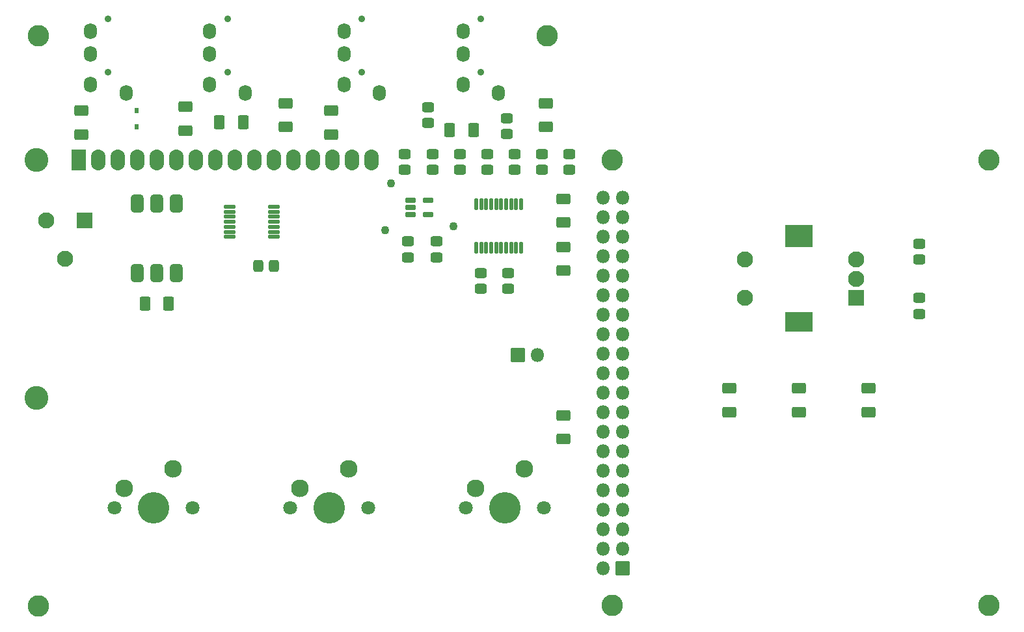
<source format=gbs>
G04 #@! TF.GenerationSoftware,KiCad,Pcbnew,8.0.1*
G04 #@! TF.CreationDate,2025-03-29T00:02:57-06:00*
G04 #@! TF.ProjectId,minidexed,6d696e69-6465-4786-9564-2e6b69636164,rev?*
G04 #@! TF.SameCoordinates,Original*
G04 #@! TF.FileFunction,Soldermask,Bot*
G04 #@! TF.FilePolarity,Negative*
%FSLAX46Y46*%
G04 Gerber Fmt 4.6, Leading zero omitted, Abs format (unit mm)*
G04 Created by KiCad (PCBNEW 8.0.1) date 2025-03-29 00:02:57*
%MOMM*%
%LPD*%
G01*
G04 APERTURE LIST*
G04 Aperture macros list*
%AMRoundRect*
0 Rectangle with rounded corners*
0 $1 Rounding radius*
0 $2 $3 $4 $5 $6 $7 $8 $9 X,Y pos of 4 corners*
0 Add a 4 corners polygon primitive as box body*
4,1,4,$2,$3,$4,$5,$6,$7,$8,$9,$2,$3,0*
0 Add four circle primitives for the rounded corners*
1,1,$1+$1,$2,$3*
1,1,$1+$1,$4,$5*
1,1,$1+$1,$6,$7*
1,1,$1+$1,$8,$9*
0 Add four rect primitives between the rounded corners*
20,1,$1+$1,$2,$3,$4,$5,0*
20,1,$1+$1,$4,$5,$6,$7,0*
20,1,$1+$1,$6,$7,$8,$9,0*
20,1,$1+$1,$8,$9,$2,$3,0*%
G04 Aperture macros list end*
%ADD10C,0.900000*%
%ADD11O,1.700000X2.100000*%
%ADD12C,2.800000*%
%ADD13C,1.800000*%
%ADD14C,4.100000*%
%ADD15C,2.300000*%
%ADD16C,3.100000*%
%ADD17RoundRect,0.050000X-0.900000X-1.300000X0.900000X-1.300000X0.900000X1.300000X-0.900000X1.300000X0*%
%ADD18O,1.900000X2.700000*%
%ADD19RoundRect,0.050000X1.000000X1.000000X-1.000000X1.000000X-1.000000X-1.000000X1.000000X-1.000000X0*%
%ADD20C,2.100000*%
%ADD21RoundRect,0.050000X1.750000X1.250000X-1.750000X1.250000X-1.750000X-1.250000X1.750000X-1.250000X0*%
%ADD22RoundRect,0.050000X1.750000X1.400000X-1.750000X1.400000X-1.750000X-1.400000X1.750000X-1.400000X0*%
%ADD23RoundRect,0.050000X0.850000X0.850000X-0.850000X0.850000X-0.850000X-0.850000X0.850000X-0.850000X0*%
%ADD24O,1.800000X1.800000*%
%ADD25RoundRect,0.125000X-0.125000X0.662500X-0.125000X-0.662500X0.125000X-0.662500X0.125000X0.662500X0*%
%ADD26C,1.100000*%
%ADD27RoundRect,0.271277X0.366223X0.503723X-0.366223X0.503723X-0.366223X-0.503723X0.366223X-0.503723X0*%
%ADD28RoundRect,0.271277X0.503723X-0.366223X0.503723X0.366223X-0.503723X0.366223X-0.503723X-0.366223X0*%
%ADD29RoundRect,0.269231X0.655769X-0.430769X0.655769X0.430769X-0.655769X0.430769X-0.655769X-0.430769X0*%
%ADD30RoundRect,0.269231X-0.655769X0.430769X-0.655769X-0.430769X0.655769X-0.430769X0.655769X0.430769X0*%
%ADD31RoundRect,0.271277X-0.503723X0.366223X-0.503723X-0.366223X0.503723X-0.366223X0.503723X0.366223X0*%
%ADD32RoundRect,0.269231X-0.430769X-0.655769X0.430769X-0.655769X0.430769X0.655769X-0.430769X0.655769X0*%
%ADD33RoundRect,0.269231X0.430769X0.655769X-0.430769X0.655769X-0.430769X-0.655769X0.430769X-0.655769X0*%
%ADD34RoundRect,0.050000X-0.850000X0.850000X-0.850000X-0.850000X0.850000X-0.850000X0.850000X0.850000X0*%
%ADD35RoundRect,0.175000X-0.537500X-0.175000X0.537500X-0.175000X0.537500X0.175000X-0.537500X0.175000X0*%
%ADD36RoundRect,0.406000X-0.406000X0.787000X-0.406000X-0.787000X0.406000X-0.787000X0.406000X0.787000X0*%
%ADD37RoundRect,0.050000X0.225000X-0.300000X0.225000X0.300000X-0.225000X0.300000X-0.225000X-0.300000X0*%
%ADD38RoundRect,0.125000X-0.662500X-0.125000X0.662500X-0.125000X0.662500X0.125000X-0.662500X0.125000X0*%
G04 APERTURE END LIST*
D10*
X122500000Y-60487500D03*
X122500000Y-67487500D03*
D11*
X124800000Y-70187500D03*
X120200000Y-65087500D03*
X120200000Y-69087500D03*
X120200000Y-62087500D03*
D10*
X140000000Y-60487500D03*
X140000000Y-67487500D03*
D11*
X142300000Y-70187500D03*
X137700000Y-65087500D03*
X137700000Y-69087500D03*
X137700000Y-62087500D03*
D10*
X107000000Y-60487500D03*
X107000000Y-67487500D03*
D11*
X109300000Y-70187500D03*
X104700000Y-65087500D03*
X104700000Y-69087500D03*
X104700000Y-62087500D03*
D10*
X155500000Y-60487500D03*
X155500000Y-67487500D03*
D11*
X157800000Y-70187500D03*
X153200000Y-65087500D03*
X153200000Y-69087500D03*
X153200000Y-62087500D03*
D12*
X164100000Y-62700000D03*
D13*
X107820000Y-124200000D03*
D14*
X112900000Y-124200000D03*
D13*
X117980000Y-124200000D03*
D15*
X115440000Y-119120000D03*
X109090000Y-121660000D03*
D16*
X97628900Y-109877200D03*
X97628900Y-78876500D03*
D17*
X103128000Y-78876500D03*
D18*
X105668000Y-78876500D03*
X108208000Y-78876500D03*
X110748000Y-78876500D03*
X113288000Y-78876500D03*
X115828000Y-78876500D03*
X118368000Y-78876500D03*
X120908000Y-78876500D03*
X123448000Y-78876500D03*
X125988000Y-78876500D03*
X128528000Y-78876500D03*
X131068000Y-78876500D03*
X133608000Y-78876500D03*
X136148000Y-78876500D03*
X138688000Y-78876500D03*
X141228000Y-78876500D03*
D19*
X204368400Y-96876500D03*
D20*
X204368400Y-91876500D03*
X204368400Y-94376500D03*
D21*
X196868400Y-99976500D03*
D22*
X196868400Y-88776500D03*
D20*
X189868400Y-91876500D03*
X189868400Y-96876500D03*
D13*
X130670000Y-124200000D03*
X140830000Y-124200000D03*
D14*
X135750000Y-124200000D03*
D15*
X138290000Y-119120000D03*
X131940000Y-121660000D03*
D12*
X97900000Y-137000000D03*
D13*
X153520000Y-124200000D03*
D14*
X158600000Y-124200000D03*
D13*
X163680000Y-124200000D03*
D15*
X161140000Y-119120000D03*
X154790000Y-121660000D03*
D12*
X172618400Y-136892400D03*
X221618400Y-78892400D03*
X172618400Y-78892400D03*
X221618400Y-136892400D03*
D23*
X173918400Y-132042400D03*
D24*
X171378400Y-132042400D03*
X173918400Y-129502400D03*
X171378400Y-129502400D03*
X173918400Y-126962400D03*
X171378400Y-126962400D03*
X173918400Y-124422400D03*
X171378400Y-124422400D03*
X173918400Y-121882400D03*
X171378400Y-121882400D03*
X173918400Y-119342400D03*
X171378400Y-119342400D03*
X173918400Y-116802400D03*
X171378400Y-116802400D03*
X173918400Y-114262400D03*
X171378400Y-114262400D03*
X173918400Y-111722400D03*
X171378400Y-111722400D03*
X173918400Y-109182400D03*
X171378400Y-109182400D03*
X173918400Y-106642400D03*
X171378400Y-106642400D03*
X173918400Y-104102400D03*
X171378400Y-104102400D03*
X173918400Y-101562400D03*
X171378400Y-101562400D03*
X173918400Y-99022400D03*
X171378400Y-99022400D03*
X173918400Y-96482400D03*
X171378400Y-96482400D03*
X173918400Y-93942400D03*
X171378400Y-93942400D03*
X173918400Y-91402400D03*
X171378400Y-91402400D03*
X173918400Y-88862400D03*
X171378400Y-88862400D03*
X173918400Y-86322400D03*
X171378400Y-86322400D03*
X173918400Y-83782400D03*
X171378400Y-83782400D03*
D12*
X97900000Y-62700000D03*
D25*
X154875000Y-84637500D03*
X155525000Y-84637500D03*
X156175000Y-84637500D03*
X156825000Y-84637500D03*
X157475000Y-84637500D03*
X158125000Y-84637500D03*
X158775000Y-84637500D03*
X159425000Y-84637500D03*
X160075000Y-84637500D03*
X160725000Y-84637500D03*
X160725000Y-90362500D03*
X160075000Y-90362500D03*
X159425000Y-90362500D03*
X158775000Y-90362500D03*
X158125000Y-90362500D03*
X157475000Y-90362500D03*
X156825000Y-90362500D03*
X156175000Y-90362500D03*
X155525000Y-90362500D03*
X154875000Y-90362500D03*
D26*
X143000000Y-88000000D03*
D27*
X128587500Y-92700000D03*
X126512500Y-92700000D03*
D28*
X163433330Y-80200000D03*
X163433330Y-78125000D03*
D29*
X187775000Y-111750000D03*
X187775000Y-108650000D03*
D30*
X103500000Y-72450000D03*
X103500000Y-75550000D03*
D31*
X148600000Y-72025000D03*
X148600000Y-74100000D03*
X212500000Y-96875000D03*
X212500000Y-98950000D03*
D28*
X212500000Y-91850000D03*
X212500000Y-89775000D03*
X167000000Y-80200000D03*
X167000000Y-78125000D03*
D29*
X166200000Y-93300000D03*
X166200000Y-90200000D03*
D32*
X111750000Y-97600000D03*
X114850000Y-97600000D03*
D30*
X130087040Y-71500000D03*
X130087040Y-74600000D03*
D26*
X143800000Y-81900000D03*
D29*
X205925000Y-111750000D03*
X205925000Y-108650000D03*
D30*
X166200000Y-112150000D03*
X166200000Y-115250000D03*
D29*
X196850000Y-111750000D03*
X196850000Y-108650000D03*
D31*
X146000000Y-89500000D03*
X146000000Y-91575000D03*
D19*
X103900000Y-86760000D03*
D20*
X101400000Y-91760000D03*
X98900000Y-86760000D03*
D33*
X154550000Y-75000000D03*
X151450000Y-75000000D03*
D30*
X136000000Y-72450000D03*
X136000000Y-75550000D03*
D34*
X160325000Y-104300000D03*
D24*
X162865000Y-104300000D03*
D31*
X159020000Y-93600000D03*
X159020000Y-95675000D03*
D35*
X146300000Y-86000000D03*
X146300000Y-85050000D03*
X146300000Y-84100000D03*
X148575000Y-84100000D03*
X148575000Y-86000000D03*
D31*
X149700000Y-89500000D03*
X149700000Y-91575000D03*
D36*
X110760000Y-84600000D03*
X113300000Y-84600000D03*
X115840000Y-84600000D03*
X115840000Y-93600000D03*
X113300000Y-93600000D03*
X110760000Y-93600000D03*
D37*
X110718160Y-74550000D03*
X110718160Y-72450000D03*
D28*
X145600000Y-80200000D03*
X145600000Y-78125000D03*
D38*
X122800000Y-88900000D03*
X122800000Y-88250000D03*
X122800000Y-87600000D03*
X122800000Y-86950000D03*
X122800000Y-86300000D03*
X122800000Y-85650000D03*
X122800000Y-85000000D03*
X128525000Y-85000000D03*
X128525000Y-85650000D03*
X128525000Y-86300000D03*
X128525000Y-86950000D03*
X128525000Y-87600000D03*
X128525000Y-88250000D03*
X128525000Y-88900000D03*
D28*
X152733332Y-80200000D03*
X152733332Y-78125000D03*
D29*
X166200000Y-87050000D03*
X166200000Y-83950000D03*
D26*
X151900000Y-87500000D03*
D31*
X158886666Y-73462500D03*
X158886666Y-75537500D03*
D32*
X121450000Y-74000000D03*
X124550000Y-74000000D03*
D28*
X156299998Y-80200000D03*
X156299998Y-78125000D03*
X159866664Y-80200000D03*
X159866664Y-78125000D03*
D30*
X117000000Y-71950000D03*
X117000000Y-75050000D03*
D29*
X163900000Y-74600000D03*
X163900000Y-71500000D03*
D28*
X149166666Y-80200000D03*
X149166666Y-78125000D03*
D31*
X155500000Y-93600000D03*
X155500000Y-95675000D03*
M02*

</source>
